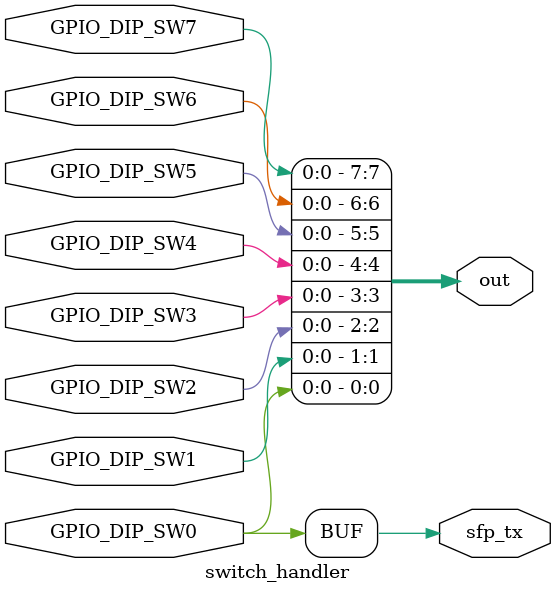
<source format=v>
`timescale 1ns / 1ps


module switch_handler(
    input wire GPIO_DIP_SW7,
    input wire GPIO_DIP_SW6,
    input wire GPIO_DIP_SW5,
    input wire GPIO_DIP_SW4,
    input wire GPIO_DIP_SW3,
    input wire GPIO_DIP_SW2,
    input wire GPIO_DIP_SW1,
    input wire GPIO_DIP_SW0,
    
    output wire[7:0] out,
    output wire sfp_tx
    );
    
    assign out[7] = GPIO_DIP_SW7;
    assign out[6] = GPIO_DIP_SW6;
    assign out[5] = GPIO_DIP_SW5;
    assign out[4] = GPIO_DIP_SW4;
    assign out[3] = GPIO_DIP_SW3;
    assign out[2] = GPIO_DIP_SW2;
    assign out[1] = GPIO_DIP_SW1;
    assign out[0] = GPIO_DIP_SW0;
    
    assign sfp_tx = GPIO_DIP_SW0;
endmodule



</source>
